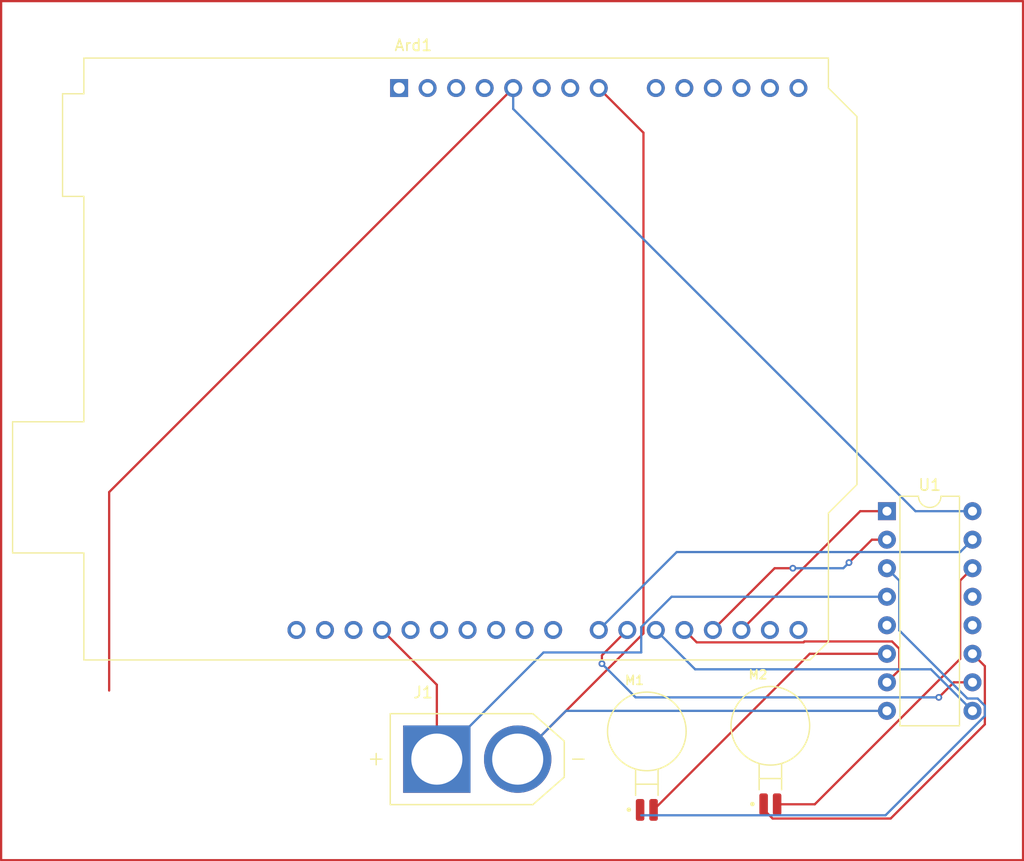
<source format=kicad_pcb>
(kicad_pcb (version 20240108) (generator "pcbnew") (generator_version "8.0")
  (layers (0 "F.Cu" signal) (31 "B.Cu" signal) (34 "B.Paste" user) (35 "F.Paste" user) (36 "B.SilkS" user "B.Silkscreen") (37 "F.SilkS" user "F.Silkscreen") (38 "B.Mask" user) (39 "F.Mask" user) (44 "Edge.Cuts" user))
  (net 0 "")
  (net 3 "/5V")
  (net 4 "/D3")
  (net 10 "/D5")
  (net 11 "/D7")
  (net 14 "/D4")
  (net 15 "/VCC")
  (net 18 "/GND")
  (net 19 "/D2")
  (net 32 "/D6")
  (net 33 "/M22")
  (net 34 "/M12")
  (net 37 "/M21")
  (net 38 "/M11")
  (footprint "XT60-M:AMASS_XT60-M" (layer "F.Cu") (at 93.9 90.5)
    (property "Reference" "J1" (at -4.825 -5.935 0) (layer "F.SilkS"))
    (property "Value" "XT60-M")
    (fp_line (start -9.5 0) (end -8.5 0) (stroke (width 0.127)) (layer "F.SilkS"))
    (fp_line (start -9 -0.5) (end -9 0.5) (stroke (width 0.127)) (layer "F.SilkS"))
    (fp_line (start -7.75 -4.05) (end 4.95 -4.05) (stroke (width 0.127)) (layer "F.SilkS"))
    (fp_line (start -7.75 4.05) (end -7.75 -4.05) (stroke (width 0.127)) (layer "F.SilkS"))
    (fp_line (start 4.95 -4.05) (end 7.75 -1.6) (stroke (width 0.127)) (layer "F.SilkS"))
    (fp_line (start 4.95 4.05) (end -7.75 4.05) (stroke (width 0.127)) (layer "F.SilkS"))
    (fp_line (start 7.75 -1.6) (end 7.75 1.6) (stroke (width 0.127)) (layer "F.SilkS"))
    (fp_line (start 7.75 1.6) (end 4.95 4.05) (stroke (width 0.127)) (layer "F.SilkS"))
    (fp_line (start 8.5 0) (end 9.5 0) (stroke (width 0.127)) (layer "F.SilkS"))
    (pad "N" thru_hole circle (at 3.6 0) (size 6 6) (drill 4.55) (layers "*.Cu" "*.Mask") (net 15 "/VCC"))
    (pad "P" thru_hole rect (at -3.6 0) (size 6 6) (drill 4.55) (layers "*.Cu" "*.Mask") (net 18 "/GND"))
  )
  (footprint "Package_DIP:DIP-16_W7.62mm" (layer "F.Cu") (at 130.38 68.42)
    (property "Reference" "U1" (at 3.81 -2.33 0) (layer "F.SilkS"))
    (property "Value" "L293D")
    (fp_line (start 1.16 -1.33) (end 1.16 19.11) (stroke (width 0.12)) (layer "F.SilkS"))
    (fp_line (start 1.16 19.11) (end 6.46 19.11) (stroke (width 0.12)) (layer "F.SilkS"))
    (fp_line (start 2.81 -1.33) (end 1.16 -1.33) (stroke (width 0.12)) (layer "F.SilkS"))
    (fp_line (start 6.46 -1.33) (end 4.81 -1.33) (stroke (width 0.12)) (layer "F.SilkS"))
    (fp_line (start 6.46 19.11) (end 6.46 -1.33) (stroke (width 0.12)) (layer "F.SilkS"))
    (fp_arc (start 4.81 -1.33) (mid 3.81 -0.33) (end 2.81 -1.33) (stroke (width 0.12)) (layer "F.SilkS"))
    (pad "1" thru_hole rect (at 0 0) (size 1.6 1.6) (drill 0.8) (layers "*.Cu" "*.Mask") (net 19 "/D2"))
    (pad "2" thru_hole oval (at 0 2.54) (size 1.6 1.6) (drill 0.8) (layers "*.Cu" "*.Mask") (net 4 "/D3"))
    (pad "3" thru_hole oval (at 0 5.08) (size 1.6 1.6) (drill 0.8) (layers "*.Cu" "*.Mask") (net 38 "/M11"))
    (pad "4" thru_hole oval (at 0 7.62) (size 1.6 1.6) (drill 0.8) (layers "*.Cu" "*.Mask") (net 18 "/GND"))
    (pad "5" thru_hole oval (at 0 10.16) (size 1.6 1.6) (drill 0.8) (layers "*.Cu" "*.Mask"))
    (pad "6" thru_hole oval (at 0 12.7) (size 1.6 1.6) (drill 0.8) (layers "*.Cu" "*.Mask") (net 34 "/M12"))
    (pad "7" thru_hole oval (at 0 15.24) (size 1.6 1.6) (drill 0.8) (layers "*.Cu" "*.Mask") (net 14 "/D4"))
    (pad "8" thru_hole oval (at 0 17.78) (size 1.6 1.6) (drill 0.8) (layers "*.Cu" "*.Mask") (net 15 "/VCC"))
    (pad "9" thru_hole oval (at 7.62 17.78) (size 1.6 1.6) (drill 0.8) (layers "*.Cu" "*.Mask") (net 10 "/D5"))
    (pad "10" thru_hole oval (at 7.62 15.24) (size 1.6 1.6) (drill 0.8) (layers "*.Cu" "*.Mask") (net 32 "/D6"))
    (pad "11" thru_hole oval (at 7.62 12.7) (size 1.6 1.6) (drill 0.8) (layers "*.Cu" "*.Mask") (net 37 "/M21"))
    (pad "12" thru_hole oval (at 7.62 10.16) (size 1.6 1.6) (drill 0.8) (layers "*.Cu" "*.Mask"))
    (pad "13" thru_hole oval (at 7.62 7.62) (size 1.6 1.6) (drill 0.8) (layers "*.Cu" "*.Mask"))
    (pad "14" thru_hole oval (at 7.62 5.08) (size 1.6 1.6) (drill 0.8) (layers "*.Cu" "*.Mask") (net 33 "/M22"))
    (pad "15" thru_hole oval (at 7.62 2.54) (size 1.6 1.6) (drill 0.8) (layers "*.Cu" "*.Mask") (net 11 "/D7"))
    (pad "16" thru_hole oval (at 7.62 0) (size 1.6 1.6) (drill 0.8) (layers "*.Cu" "*.Mask") (net 3 "/5V"))
  )
  (footprint "C0720B001F:XDCR_C0720B001F" (layer "F.Cu") (at 120 89.5)
    (property "Reference" "M2" (at -1.10326 -6.51915 0) (layer "F.SilkS") (effects (font (size 0.789717 0.789717))))
    (property "Value" "C0720B001F")
    (fp_line (start -1 2.73) (end -1 1.425) (stroke (width 0.127)) (layer "F.SilkS"))
    (fp_line (start -1 2.73) (end 1 2.73) (stroke (width 0.127)) (layer "F.SilkS"))
    (fp_line (start -1 3.725) (end -1 2.73) (stroke (width 0.127)) (layer "F.SilkS"))
    (fp_line (start 1 2.73) (end 1 1.425) (stroke (width 0.127)) (layer "F.SilkS"))
    (fp_line (start 1 3.725) (end 1 2.73) (stroke (width 0.127)) (layer "F.SilkS"))
    (fp_circle (center -1.6 5) (end -1.5 5) (stroke (width 0.2)) (fill none) (layer "F.SilkS"))
    (fp_circle (center 0 -1.97) (end 3.5 -1.97) (stroke (width 0.127)) (fill none) (layer "F.SilkS"))
    (pad "1" smd roundrect (at -0.6 5.02) (size 0.76 1.94) (layers "F.Cu" "F.Paste" "F.Mask") (net 37 "/M21"))
    (pad "2" smd roundrect (at 0.6 5.02) (size 0.76 1.94) (layers "F.Cu" "F.Paste" "F.Mask") (net 33 "/M22"))
  )
  (footprint "Module:Arduino_UNO_R3" (layer "F.Cu") (at 86.94 30.74)
    (property "Reference" "Ard1" (at 1.27 -3.81 180) (layer "F.SilkS"))
    (property "Value" "Arduino_UNO_R3")
    (fp_line (start -34.42 29.72) (end -34.42 41.4) (stroke (width 0.12)) (layer "F.SilkS"))
    (fp_line (start -34.42 41.4) (end -28.07 41.4) (stroke (width 0.12)) (layer "F.SilkS"))
    (fp_line (start -29.97 0.51) (end -29.97 9.65) (stroke (width 0.12)) (layer "F.SilkS"))
    (fp_line (start -29.97 9.65) (end -28.07 9.65) (stroke (width 0.12)) (layer "F.SilkS"))
    (fp_line (start -28.07 -2.67) (end -28.07 0.51) (stroke (width 0.12)) (layer "F.SilkS"))
    (fp_line (start -28.07 0.51) (end -29.97 0.51) (stroke (width 0.12)) (layer "F.SilkS"))
    (fp_line (start -28.07 9.65) (end -28.07 29.72) (stroke (width 0.12)) (layer "F.SilkS"))
    (fp_line (start -28.07 29.72) (end -34.42 29.72) (stroke (width 0.12)) (layer "F.SilkS"))
    (fp_line (start -28.07 41.4) (end -28.07 50.93) (stroke (width 0.12)) (layer "F.SilkS"))
    (fp_line (start -28.07 50.93) (end 36.58 50.93) (stroke (width 0.12)) (layer "F.SilkS"))
    (fp_line (start 36.58 50.93) (end 38.23 49.28) (stroke (width 0.12)) (layer "F.SilkS"))
    (fp_line (start 38.23 -2.67) (end -28.07 -2.67) (stroke (width 0.12)) (layer "F.SilkS"))
    (fp_line (start 38.23 0) (end 38.23 -2.67) (stroke (width 0.12)) (layer "F.SilkS"))
    (fp_line (start 38.23 37.85) (end 40.77 35.31) (stroke (width 0.12)) (layer "F.SilkS"))
    (fp_line (start 38.23 49.28) (end 38.23 37.85) (stroke (width 0.12)) (layer "F.SilkS"))
    (fp_line (start 40.77 2.54) (end 38.23 0) (stroke (width 0.12)) (layer "F.SilkS"))
    (fp_line (start 40.77 35.31) (end 40.77 2.54) (stroke (width 0.12)) (layer "F.SilkS"))
    (pad "1" thru_hole rect (at 0 0 90) (size 1.6 1.6) (drill 1) (layers "*.Cu" "*.Mask"))
    (pad "2" thru_hole oval (at 2.54 0 90) (size 1.6 1.6) (drill 1) (layers "*.Cu" "*.Mask"))
    (pad "3" thru_hole oval (at 5.08 0 90) (size 1.6 1.6) (drill 1) (layers "*.Cu" "*.Mask"))
    (pad "4" thru_hole oval (at 7.62 0 90) (size 1.6 1.6) (drill 1) (layers "*.Cu" "*.Mask"))
    (pad "5" thru_hole oval (at 10.16 0 90) (size 1.6 1.6) (drill 1) (layers "*.Cu" "*.Mask") (net 3 "/5V"))
    (pad "6" thru_hole oval (at 12.7 0 90) (size 1.6 1.6) (drill 1) (layers "*.Cu" "*.Mask"))
    (pad "7" thru_hole oval (at 15.24 0 90) (size 1.6 1.6) (drill 1) (layers "*.Cu" "*.Mask"))
    (pad "8" thru_hole oval (at 17.78 0 90) (size 1.6 1.6) (drill 1) (layers "*.Cu" "*.Mask") (net 15 "/VCC"))
    (pad "9" thru_hole oval (at 22.86 0 90) (size 1.6 1.6) (drill 1) (layers "*.Cu" "*.Mask"))
    (pad "10" thru_hole oval (at 25.4 0 90) (size 1.6 1.6) (drill 1) (layers "*.Cu" "*.Mask"))
    (pad "11" thru_hole oval (at 27.94 0 90) (size 1.6 1.6) (drill 1) (layers "*.Cu" "*.Mask"))
    (pad "12" thru_hole oval (at 30.48 0 90) (size 1.6 1.6) (drill 1) (layers "*.Cu" "*.Mask"))
    (pad "13" thru_hole oval (at 33.02 0 90) (size 1.6 1.6) (drill 1) (layers "*.Cu" "*.Mask"))
    (pad "14" thru_hole oval (at 35.56 0 90) (size 1.6 1.6) (drill 1) (layers "*.Cu" "*.Mask"))
    (pad "15" thru_hole oval (at 35.56 48.26 90) (size 1.6 1.6) (drill 1) (layers "*.Cu" "*.Mask"))
    (pad "16" thru_hole oval (at 33.02 48.26 90) (size 1.6 1.6) (drill 1) (layers "*.Cu" "*.Mask"))
    (pad "17" thru_hole oval (at 30.48 48.26 90) (size 1.6 1.6) (drill 1) (layers "*.Cu" "*.Mask") (net 19 "/D2"))
    (pad "18" thru_hole oval (at 27.94 48.26 90) (size 1.6 1.6) (drill 1) (layers "*.Cu" "*.Mask") (net 4 "/D3"))
    (pad "19" thru_hole oval (at 25.4 48.26 90) (size 1.6 1.6) (drill 1) (layers "*.Cu" "*.Mask") (net 14 "/D4"))
    (pad "20" thru_hole oval (at 22.86 48.26 90) (size 1.6 1.6) (drill 1) (layers "*.Cu" "*.Mask") (net 10 "/D5"))
    (pad "21" thru_hole oval (at 20.32 48.26 90) (size 1.6 1.6) (drill 1) (layers "*.Cu" "*.Mask") (net 32 "/D6"))
    (pad "22" thru_hole oval (at 17.78 48.26 90) (size 1.6 1.6) (drill 1) (layers "*.Cu" "*.Mask") (net 11 "/D7"))
    (pad "23" thru_hole oval (at 13.72 48.26 90) (size 1.6 1.6) (drill 1) (layers "*.Cu" "*.Mask"))
    (pad "24" thru_hole oval (at 11.18 48.26 90) (size 1.6 1.6) (drill 1) (layers "*.Cu" "*.Mask"))
    (pad "25" thru_hole oval (at 8.64 48.26 90) (size 1.6 1.6) (drill 1) (layers "*.Cu" "*.Mask"))
    (pad "26" thru_hole oval (at 6.1 48.26 90) (size 1.6 1.6) (drill 1) (layers "*.Cu" "*.Mask"))
    (pad "27" thru_hole oval (at 3.56 48.26 90) (size 1.6 1.6) (drill 1) (layers "*.Cu" "*.Mask"))
    (pad "28" thru_hole oval (at 1.02 48.26 90) (size 1.6 1.6) (drill 1) (layers "*.Cu" "*.Mask"))
    (pad "29" thru_hole oval (at -1.52 48.26 90) (size 1.6 1.6) (drill 1) (layers "*.Cu" "*.Mask") (net 18 "/GND"))
    (pad "30" thru_hole oval (at -4.06 48.26 90) (size 1.6 1.6) (drill 1) (layers "*.Cu" "*.Mask"))
    (pad "31" thru_hole oval (at -6.6 48.26 90) (size 1.6 1.6) (drill 1) (layers "*.Cu" "*.Mask"))
    (pad "32" thru_hole oval (at -9.14 48.26 90) (size 1.6 1.6) (drill 1) (layers "*.Cu" "*.Mask"))
  )
  (footprint "C0720B001F:XDCR_C0720B001F" (layer "F.Cu") (at 109 90)
    (property "Reference" "M1" (at -1.10326 -6.51915 0) (layer "F.SilkS") (effects (font (size 0.789717 0.789717))))
    (property "Value" "C0720B001F")
    (fp_line (start -1 2.73) (end -1 1.425) (stroke (width 0.127)) (layer "F.SilkS"))
    (fp_line (start -1 2.73) (end 1 2.73) (stroke (width 0.127)) (layer "F.SilkS"))
    (fp_line (start -1 3.725) (end -1 2.73) (stroke (width 0.127)) (layer "F.SilkS"))
    (fp_line (start 1 2.73) (end 1 1.425) (stroke (width 0.127)) (layer "F.SilkS"))
    (fp_line (start 1 3.725) (end 1 2.73) (stroke (width 0.127)) (layer "F.SilkS"))
    (fp_circle (center -1.6 5) (end -1.5 5) (stroke (width 0.2)) (fill none) (layer "F.SilkS"))
    (fp_circle (center 0 -1.97) (end 3.5 -1.97) (stroke (width 0.127)) (fill none) (layer "F.SilkS"))
    (pad "1" smd roundrect (at -0.6 5.02) (size 0.76 1.94) (layers "F.Cu" "F.Paste" "F.Mask") (net 38 "/M11"))
    (pad "2" smd roundrect (at 0.6 5.02) (size 0.76 1.94) (layers "F.Cu" "F.Paste" "F.Mask") (net 34 "/M12"))
  )
  (gr_rect (start 51.5 23) (end 142.5 99.5) (stroke (width 0.2)) (fill none) (layer "F.Cu"))
  (segment (start 61.12 66.72) (end 97.1 30.74) (width 0.2) (layer "F.Cu") (net 3))
  (segment (start 61.12 84.39) (end 61.12 66.72) (width 0.2) (layer "F.Cu") (net 3))
  (segment (start 132.92 68.42) (end 97.1 32.6) (width 0.2) (layer "B.Cu") (net 3))
  (segment (start 97.1 32.6) (end 97.1 30.74) (width 0.2) (layer "B.Cu") (net 3))
  (segment (start 138 68.42) (end 132.92 68.42) (width 0.2) (layer "B.Cu") (net 3))
  (segment (start 127 73) (end 129.04 70.96) (width 0.2) (layer "F.Cu") (net 4))
  (segment (start 129.04 70.96) (end 130.38 70.96) (width 0.2) (layer "F.Cu") (net 4))
  (segment (start 120.38 73.5) (end 122 73.5) (width 0.2) (layer "F.Cu") (net 4))
  (segment (start 114.88 79) (end 120.38 73.5) (width 0.2) (layer "F.Cu") (net 4))
  (via (at 127 73) (size 0.6) (drill 0.3) (layers "F.Cu" "B.Cu") (net 4))
  (via (at 122 73.5) (size 0.6) (drill 0.3) (layers "F.Cu" "B.Cu") (net 4))
  (segment (start 126.5 73.5) (end 127 73) (width 0.2) (layer "B.Cu") (net 4))
  (segment (start 122 73.5) (end 126.5 73.5) (width 0.2) (layer "B.Cu") (net 4))
  (segment (start 113.3 82.5) (end 109.8 79) (width 0.2) (layer "B.Cu") (net 10))
  (segment (start 134.3 82.5) (end 113.3 82.5) (width 0.2) (layer "B.Cu") (net 10))
  (segment (start 138 86.2) (end 134.3 82.5) (width 0.2) (layer "B.Cu") (net 10))
  (segment (start 136.9 72.06) (end 111.66 72.06) (width 0.2) (layer "B.Cu") (net 11))
  (segment (start 111.66 72.06) (end 104.72 79) (width 0.2) (layer "B.Cu") (net 11))
  (segment (start 138 70.96) (end 136.9 72.06) (width 0.2) (layer "B.Cu") (net 11))
  (segment (start 131.48 80.664365) (end 130.835635 80.02) (width 0.2) (layer "F.Cu") (net 14))
  (segment (start 123.035635 80.02) (end 122.955635 80.1) (width 0.2) (layer "F.Cu") (net 14))
  (segment (start 130.38 83.66) (end 131.48 82.56) (width 0.2) (layer "F.Cu") (net 14))
  (segment (start 131.48 82.56) (end 131.48 80.664365) (width 0.2) (layer "F.Cu") (net 14))
  (segment (start 122.955635 80.1) (end 113.44 80.1) (width 0.2) (layer "F.Cu") (net 14))
  (segment (start 130.835635 80.02) (end 123.035635 80.02) (width 0.2) (layer "F.Cu") (net 14))
  (segment (start 113.44 80.1) (end 112.34 79) (width 0.2) (layer "F.Cu") (net 14))
  (segment (start 97.5 90.5) (end 108.7 79.3) (width 0.2) (layer "F.Cu") (net 15))
  (segment (start 108.7 79.3) (end 108.7 34.72) (width 0.2) (layer "F.Cu") (net 15))
  (segment (start 108.7 34.72) (end 104.72 30.74) (width 0.2) (layer "F.Cu") (net 15))
  (segment (start 130.38 86.2) (end 101.8 86.2) (width 0.2) (layer "B.Cu") (net 15))
  (segment (start 101.8 86.2) (end 97.5 90.5) (width 0.2) (layer "B.Cu") (net 15))
  (segment (start 90.3 83.88) (end 85.42 79) (width 0.2) (layer "F.Cu") (net 18))
  (segment (start 90.3 90.5) (end 90.3 83.88) (width 0.2) (layer "F.Cu") (net 18))
  (segment (start 130.38 76.04) (end 111.204365 76.04) (width 0.2) (layer "B.Cu") (net 18))
  (segment (start 111.204365 76.04) (end 108.5 78.744365) (width 0.2) (layer "B.Cu") (net 18))
  (segment (start 99.8 81) (end 90.3 90.5) (width 0.2) (layer "B.Cu") (net 18))
  (segment (start 108.5 78.744365) (end 108.5 81) (width 0.2) (layer "B.Cu") (net 18))
  (segment (start 108.5 81) (end 99.8 81) (width 0.2) (layer "B.Cu") (net 18))
  (segment (start 128 68.42) (end 130.38 68.42) (width 0.2) (layer "F.Cu") (net 19))
  (segment (start 117.42 79) (end 128 68.42) (width 0.2) (layer "F.Cu") (net 19))
  (segment (start 138 83.66) (end 136.34 83.66) (width 0.2) (layer "F.Cu") (net 32))
  (segment (start 136.34 83.66) (end 135 85) (width 0.2) (layer "F.Cu") (net 32))
  (segment (start 105 81.26) (end 107.26 79) (width 0.2) (layer "F.Cu") (net 32))
  (segment (start 105 82) (end 105 81.26) (width 0.2) (layer "F.Cu") (net 32))
  (via (at 105 82) (size 0.6) (drill 0.3) (layers "F.Cu" "B.Cu") (net 32))
  (via (at 135 85) (size 0.6) (drill 0.3) (layers "F.Cu" "B.Cu") (net 32))
  (segment (start 135 85) (end 108 85) (width 0.2) (layer "B.Cu") (net 32))
  (segment (start 108 85) (end 105 82) (width 0.2) (layer "B.Cu") (net 32))
  (segment (start 120.6 94.52) (end 123.955635 94.52) (width 0.2) (layer "F.Cu") (net 33))
  (segment (start 123.955635 94.52) (end 136.9 81.575635) (width 0.2) (layer "F.Cu") (net 33))
  (segment (start 136.9 81.575635) (end 136.9 74.6) (width 0.2) (layer "F.Cu") (net 33))
  (segment (start 136.9 74.6) (end 138 73.5) (width 0.2) (layer "F.Cu") (net 33))
  (segment (start 123.5 81.12) (end 130.38 81.12) (width 0.2) (layer "F.Cu") (net 34))
  (segment (start 109.6 95.02) (end 123.5 81.12) (width 0.2) (layer "F.Cu") (net 34))
  (segment (start 120.20177 95.79) (end 119.4 94.98823) (width 0.2) (layer "F.Cu") (net 37))
  (segment (start 139.1 87.4) (end 130.71 95.79) (width 0.2) (layer "F.Cu") (net 37))
  (segment (start 130.71 95.79) (end 120.20177 95.79) (width 0.2) (layer "F.Cu") (net 37))
  (segment (start 139.1 82.22) (end 139.1 87.4) (width 0.2) (layer "F.Cu") (net 37))
  (segment (start 119.4 94.98823) (end 119.4 94.52) (width 0.2) (layer "F.Cu") (net 37))
  (segment (start 138 81.12) (end 139.1 82.22) (width 0.2) (layer "F.Cu") (net 37))
  (segment (start 137.544365 85.1) (end 138.455635 85.1) (width 0.2) (layer "B.Cu") (net 38))
  (segment (start 131.48 79.035635) (end 137.544365 85.1) (width 0.2) (layer "B.Cu") (net 38))
  (segment (start 139.1 85.744365) (end 139.1 86.655635) (width 0.2) (layer "B.Cu") (net 38))
  (segment (start 130.255635 95.5) (end 108.5 95.5) (width 0.2) (layer "B.Cu") (net 38))
  (segment (start 138.455635 85.1) (end 139.1 85.744365) (width 0.2) (layer "B.Cu") (net 38))
  (segment (start 139.1 86.655635) (end 130.255635 95.5) (width 0.2) (layer "B.Cu") (net 38))
  (segment (start 131.48 74.6) (end 131.48 79.035635) (width 0.2) (layer "B.Cu") (net 38))
  (segment (start 130.38 73.5) (end 131.48 74.6) (width 0.2) (layer "B.Cu") (net 38))
)
</source>
